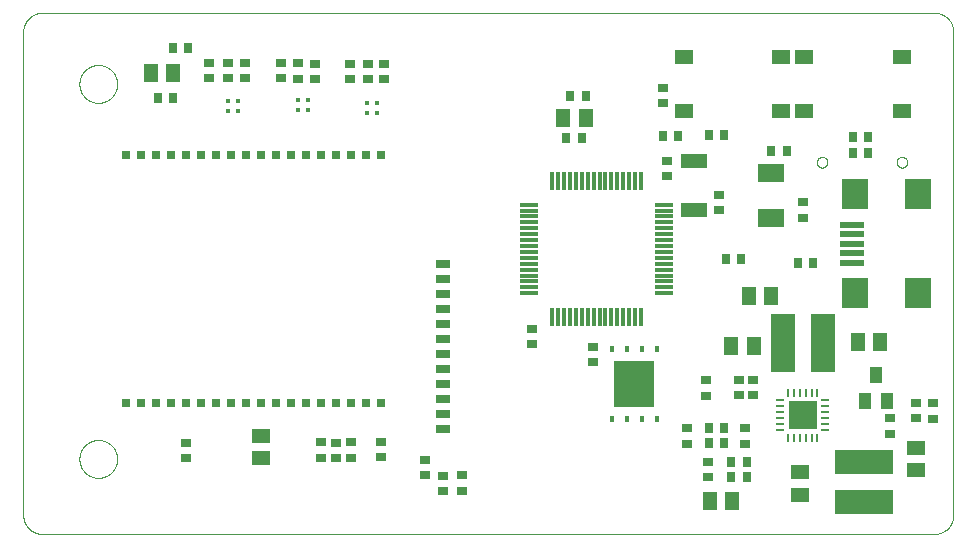
<source format=gts>
G75*
%MOIN*%
%OFA0B0*%
%FSLAX25Y25*%
%IPPOS*%
%LPD*%
%AMOC8*
5,1,8,0,0,1.08239X$1,22.5*
%
%ADD10C,0.00000*%
%ADD11R,0.02559X0.03150*%
%ADD12R,0.05906X0.01181*%
%ADD13R,0.01181X0.05906*%
%ADD14R,0.08661X0.09843*%
%ADD15R,0.07874X0.01969*%
%ADD16R,0.01772X0.01772*%
%ADD17R,0.03543X0.02756*%
%ADD18R,0.02756X0.03543*%
%ADD19R,0.05118X0.05906*%
%ADD20R,0.05906X0.05118*%
%ADD21R,0.09055X0.06299*%
%ADD22R,0.08661X0.05118*%
%ADD23R,0.02756X0.00984*%
%ADD24R,0.00984X0.02756*%
%ADD25R,0.09646X0.09646*%
%ADD26R,0.03937X0.05512*%
%ADD27R,0.06102X0.05118*%
%ADD28R,0.01575X0.02362*%
%ADD29R,0.13386X0.15748*%
%ADD30R,0.08268X0.19291*%
%ADD31R,0.19291X0.08268*%
%ADD32R,0.05000X0.02500*%
D10*
X0000000Y0006250D02*
X0000000Y0167450D01*
X0000000Y0167460D01*
X0000002Y0167616D01*
X0000008Y0167771D01*
X0000018Y0167927D01*
X0000032Y0168082D01*
X0000050Y0168236D01*
X0000071Y0168390D01*
X0000097Y0168544D01*
X0000126Y0168697D01*
X0000159Y0168849D01*
X0000195Y0169000D01*
X0000236Y0169151D01*
X0000280Y0169300D01*
X0000328Y0169448D01*
X0000380Y0169595D01*
X0000435Y0169740D01*
X0000494Y0169885D01*
X0000556Y0170027D01*
X0000622Y0170168D01*
X0000691Y0170308D01*
X0000764Y0170445D01*
X0000841Y0170581D01*
X0000920Y0170715D01*
X0001003Y0170846D01*
X0001090Y0170976D01*
X0001179Y0171103D01*
X0001271Y0171228D01*
X0001367Y0171351D01*
X0001466Y0171472D01*
X0001567Y0171590D01*
X0001672Y0171705D01*
X0001779Y0171818D01*
X0001890Y0171928D01*
X0002002Y0172035D01*
X0002118Y0172139D01*
X0002236Y0172241D01*
X0002357Y0172339D01*
X0002480Y0172435D01*
X0002605Y0172527D01*
X0002732Y0172616D01*
X0002862Y0172702D01*
X0002994Y0172785D01*
X0003128Y0172864D01*
X0003264Y0172940D01*
X0003401Y0173013D01*
X0003541Y0173082D01*
X0003682Y0173148D01*
X0003825Y0173210D01*
X0003969Y0173269D01*
X0004114Y0173324D01*
X0004261Y0173375D01*
X0004410Y0173423D01*
X0004559Y0173467D01*
X0004709Y0173507D01*
X0004861Y0173544D01*
X0005013Y0173576D01*
X0005166Y0173605D01*
X0005319Y0173630D01*
X0005474Y0173652D01*
X0005628Y0173669D01*
X0005783Y0173683D01*
X0005939Y0173692D01*
X0006094Y0173698D01*
X0006250Y0173700D01*
X0303750Y0173700D01*
X0303906Y0173698D01*
X0304062Y0173692D01*
X0304217Y0173683D01*
X0304372Y0173669D01*
X0304527Y0173651D01*
X0304682Y0173630D01*
X0304835Y0173605D01*
X0304988Y0173576D01*
X0305141Y0173543D01*
X0305292Y0173507D01*
X0305443Y0173466D01*
X0305592Y0173422D01*
X0305741Y0173375D01*
X0305888Y0173323D01*
X0306033Y0173268D01*
X0306178Y0173209D01*
X0306321Y0173147D01*
X0306462Y0173081D01*
X0306601Y0173012D01*
X0306739Y0172939D01*
X0306875Y0172863D01*
X0307009Y0172783D01*
X0307141Y0172700D01*
X0307271Y0172614D01*
X0307398Y0172525D01*
X0307524Y0172432D01*
X0307647Y0172336D01*
X0307767Y0172238D01*
X0307886Y0172136D01*
X0308001Y0172032D01*
X0308114Y0171924D01*
X0308224Y0171814D01*
X0308332Y0171701D01*
X0308436Y0171586D01*
X0308538Y0171467D01*
X0308636Y0171347D01*
X0308732Y0171224D01*
X0308825Y0171098D01*
X0308914Y0170971D01*
X0309000Y0170841D01*
X0309083Y0170709D01*
X0309163Y0170575D01*
X0309239Y0170439D01*
X0309312Y0170301D01*
X0309381Y0170162D01*
X0309447Y0170021D01*
X0309509Y0169878D01*
X0309568Y0169733D01*
X0309623Y0169588D01*
X0309675Y0169441D01*
X0309722Y0169292D01*
X0309766Y0169143D01*
X0309807Y0168992D01*
X0309843Y0168841D01*
X0309876Y0168688D01*
X0309905Y0168535D01*
X0309930Y0168382D01*
X0309951Y0168227D01*
X0309969Y0168072D01*
X0309983Y0167917D01*
X0309992Y0167762D01*
X0309998Y0167606D01*
X0310000Y0167450D01*
X0310000Y0006250D01*
X0309998Y0006094D01*
X0309992Y0005938D01*
X0309983Y0005783D01*
X0309969Y0005628D01*
X0309951Y0005473D01*
X0309930Y0005318D01*
X0309905Y0005165D01*
X0309876Y0005012D01*
X0309843Y0004859D01*
X0309807Y0004708D01*
X0309766Y0004557D01*
X0309722Y0004408D01*
X0309675Y0004259D01*
X0309623Y0004112D01*
X0309568Y0003967D01*
X0309509Y0003822D01*
X0309447Y0003679D01*
X0309381Y0003538D01*
X0309312Y0003399D01*
X0309239Y0003261D01*
X0309163Y0003125D01*
X0309083Y0002991D01*
X0309000Y0002859D01*
X0308914Y0002729D01*
X0308825Y0002602D01*
X0308732Y0002476D01*
X0308636Y0002353D01*
X0308538Y0002233D01*
X0308436Y0002114D01*
X0308332Y0001999D01*
X0308224Y0001886D01*
X0308114Y0001776D01*
X0308001Y0001668D01*
X0307886Y0001564D01*
X0307767Y0001462D01*
X0307647Y0001364D01*
X0307524Y0001268D01*
X0307398Y0001175D01*
X0307271Y0001086D01*
X0307141Y0001000D01*
X0307009Y0000917D01*
X0306875Y0000837D01*
X0306739Y0000761D01*
X0306601Y0000688D01*
X0306462Y0000619D01*
X0306321Y0000553D01*
X0306178Y0000491D01*
X0306033Y0000432D01*
X0305888Y0000377D01*
X0305741Y0000325D01*
X0305592Y0000278D01*
X0305443Y0000234D01*
X0305292Y0000193D01*
X0305141Y0000157D01*
X0304988Y0000124D01*
X0304835Y0000095D01*
X0304682Y0000070D01*
X0304527Y0000049D01*
X0304372Y0000031D01*
X0304217Y0000017D01*
X0304062Y0000008D01*
X0303906Y0000002D01*
X0303750Y0000000D01*
X0006250Y0000000D01*
X0006094Y0000002D01*
X0005938Y0000008D01*
X0005783Y0000017D01*
X0005628Y0000031D01*
X0005473Y0000049D01*
X0005318Y0000070D01*
X0005165Y0000095D01*
X0005012Y0000124D01*
X0004859Y0000157D01*
X0004708Y0000193D01*
X0004557Y0000234D01*
X0004408Y0000278D01*
X0004259Y0000325D01*
X0004112Y0000377D01*
X0003967Y0000432D01*
X0003822Y0000491D01*
X0003679Y0000553D01*
X0003538Y0000619D01*
X0003399Y0000688D01*
X0003261Y0000761D01*
X0003125Y0000837D01*
X0002991Y0000917D01*
X0002859Y0001000D01*
X0002729Y0001086D01*
X0002602Y0001175D01*
X0002476Y0001268D01*
X0002353Y0001364D01*
X0002233Y0001462D01*
X0002114Y0001564D01*
X0001999Y0001668D01*
X0001886Y0001776D01*
X0001776Y0001886D01*
X0001668Y0001999D01*
X0001564Y0002114D01*
X0001462Y0002233D01*
X0001364Y0002353D01*
X0001268Y0002476D01*
X0001175Y0002602D01*
X0001086Y0002729D01*
X0001000Y0002859D01*
X0000917Y0002991D01*
X0000837Y0003125D01*
X0000761Y0003261D01*
X0000688Y0003399D01*
X0000619Y0003538D01*
X0000553Y0003679D01*
X0000491Y0003822D01*
X0000432Y0003967D01*
X0000377Y0004112D01*
X0000325Y0004259D01*
X0000278Y0004408D01*
X0000234Y0004557D01*
X0000193Y0004708D01*
X0000157Y0004859D01*
X0000124Y0005012D01*
X0000095Y0005165D01*
X0000070Y0005318D01*
X0000049Y0005473D01*
X0000031Y0005628D01*
X0000017Y0005783D01*
X0000008Y0005938D01*
X0000002Y0006094D01*
X0000000Y0006250D01*
X0000000Y0167450D02*
X0000000Y0167460D01*
X0018701Y0150000D02*
X0018703Y0150158D01*
X0018709Y0150316D01*
X0018719Y0150474D01*
X0018733Y0150632D01*
X0018751Y0150789D01*
X0018772Y0150946D01*
X0018798Y0151102D01*
X0018828Y0151258D01*
X0018861Y0151413D01*
X0018899Y0151566D01*
X0018940Y0151719D01*
X0018985Y0151871D01*
X0019034Y0152022D01*
X0019087Y0152171D01*
X0019143Y0152319D01*
X0019203Y0152465D01*
X0019267Y0152610D01*
X0019335Y0152753D01*
X0019406Y0152895D01*
X0019480Y0153035D01*
X0019558Y0153172D01*
X0019640Y0153308D01*
X0019724Y0153442D01*
X0019813Y0153573D01*
X0019904Y0153702D01*
X0019999Y0153829D01*
X0020096Y0153954D01*
X0020197Y0154076D01*
X0020301Y0154195D01*
X0020408Y0154312D01*
X0020518Y0154426D01*
X0020631Y0154537D01*
X0020746Y0154646D01*
X0020864Y0154751D01*
X0020985Y0154853D01*
X0021108Y0154953D01*
X0021234Y0155049D01*
X0021362Y0155142D01*
X0021492Y0155232D01*
X0021625Y0155318D01*
X0021760Y0155402D01*
X0021896Y0155481D01*
X0022035Y0155558D01*
X0022176Y0155630D01*
X0022318Y0155700D01*
X0022462Y0155765D01*
X0022608Y0155827D01*
X0022755Y0155885D01*
X0022904Y0155940D01*
X0023054Y0155991D01*
X0023205Y0156038D01*
X0023357Y0156081D01*
X0023510Y0156120D01*
X0023665Y0156156D01*
X0023820Y0156187D01*
X0023976Y0156215D01*
X0024132Y0156239D01*
X0024289Y0156259D01*
X0024447Y0156275D01*
X0024604Y0156287D01*
X0024763Y0156295D01*
X0024921Y0156299D01*
X0025079Y0156299D01*
X0025237Y0156295D01*
X0025396Y0156287D01*
X0025553Y0156275D01*
X0025711Y0156259D01*
X0025868Y0156239D01*
X0026024Y0156215D01*
X0026180Y0156187D01*
X0026335Y0156156D01*
X0026490Y0156120D01*
X0026643Y0156081D01*
X0026795Y0156038D01*
X0026946Y0155991D01*
X0027096Y0155940D01*
X0027245Y0155885D01*
X0027392Y0155827D01*
X0027538Y0155765D01*
X0027682Y0155700D01*
X0027824Y0155630D01*
X0027965Y0155558D01*
X0028104Y0155481D01*
X0028240Y0155402D01*
X0028375Y0155318D01*
X0028508Y0155232D01*
X0028638Y0155142D01*
X0028766Y0155049D01*
X0028892Y0154953D01*
X0029015Y0154853D01*
X0029136Y0154751D01*
X0029254Y0154646D01*
X0029369Y0154537D01*
X0029482Y0154426D01*
X0029592Y0154312D01*
X0029699Y0154195D01*
X0029803Y0154076D01*
X0029904Y0153954D01*
X0030001Y0153829D01*
X0030096Y0153702D01*
X0030187Y0153573D01*
X0030276Y0153442D01*
X0030360Y0153308D01*
X0030442Y0153172D01*
X0030520Y0153035D01*
X0030594Y0152895D01*
X0030665Y0152753D01*
X0030733Y0152610D01*
X0030797Y0152465D01*
X0030857Y0152319D01*
X0030913Y0152171D01*
X0030966Y0152022D01*
X0031015Y0151871D01*
X0031060Y0151719D01*
X0031101Y0151566D01*
X0031139Y0151413D01*
X0031172Y0151258D01*
X0031202Y0151102D01*
X0031228Y0150946D01*
X0031249Y0150789D01*
X0031267Y0150632D01*
X0031281Y0150474D01*
X0031291Y0150316D01*
X0031297Y0150158D01*
X0031299Y0150000D01*
X0031297Y0149842D01*
X0031291Y0149684D01*
X0031281Y0149526D01*
X0031267Y0149368D01*
X0031249Y0149211D01*
X0031228Y0149054D01*
X0031202Y0148898D01*
X0031172Y0148742D01*
X0031139Y0148587D01*
X0031101Y0148434D01*
X0031060Y0148281D01*
X0031015Y0148129D01*
X0030966Y0147978D01*
X0030913Y0147829D01*
X0030857Y0147681D01*
X0030797Y0147535D01*
X0030733Y0147390D01*
X0030665Y0147247D01*
X0030594Y0147105D01*
X0030520Y0146965D01*
X0030442Y0146828D01*
X0030360Y0146692D01*
X0030276Y0146558D01*
X0030187Y0146427D01*
X0030096Y0146298D01*
X0030001Y0146171D01*
X0029904Y0146046D01*
X0029803Y0145924D01*
X0029699Y0145805D01*
X0029592Y0145688D01*
X0029482Y0145574D01*
X0029369Y0145463D01*
X0029254Y0145354D01*
X0029136Y0145249D01*
X0029015Y0145147D01*
X0028892Y0145047D01*
X0028766Y0144951D01*
X0028638Y0144858D01*
X0028508Y0144768D01*
X0028375Y0144682D01*
X0028240Y0144598D01*
X0028104Y0144519D01*
X0027965Y0144442D01*
X0027824Y0144370D01*
X0027682Y0144300D01*
X0027538Y0144235D01*
X0027392Y0144173D01*
X0027245Y0144115D01*
X0027096Y0144060D01*
X0026946Y0144009D01*
X0026795Y0143962D01*
X0026643Y0143919D01*
X0026490Y0143880D01*
X0026335Y0143844D01*
X0026180Y0143813D01*
X0026024Y0143785D01*
X0025868Y0143761D01*
X0025711Y0143741D01*
X0025553Y0143725D01*
X0025396Y0143713D01*
X0025237Y0143705D01*
X0025079Y0143701D01*
X0024921Y0143701D01*
X0024763Y0143705D01*
X0024604Y0143713D01*
X0024447Y0143725D01*
X0024289Y0143741D01*
X0024132Y0143761D01*
X0023976Y0143785D01*
X0023820Y0143813D01*
X0023665Y0143844D01*
X0023510Y0143880D01*
X0023357Y0143919D01*
X0023205Y0143962D01*
X0023054Y0144009D01*
X0022904Y0144060D01*
X0022755Y0144115D01*
X0022608Y0144173D01*
X0022462Y0144235D01*
X0022318Y0144300D01*
X0022176Y0144370D01*
X0022035Y0144442D01*
X0021896Y0144519D01*
X0021760Y0144598D01*
X0021625Y0144682D01*
X0021492Y0144768D01*
X0021362Y0144858D01*
X0021234Y0144951D01*
X0021108Y0145047D01*
X0020985Y0145147D01*
X0020864Y0145249D01*
X0020746Y0145354D01*
X0020631Y0145463D01*
X0020518Y0145574D01*
X0020408Y0145688D01*
X0020301Y0145805D01*
X0020197Y0145924D01*
X0020096Y0146046D01*
X0019999Y0146171D01*
X0019904Y0146298D01*
X0019813Y0146427D01*
X0019724Y0146558D01*
X0019640Y0146692D01*
X0019558Y0146828D01*
X0019480Y0146965D01*
X0019406Y0147105D01*
X0019335Y0147247D01*
X0019267Y0147390D01*
X0019203Y0147535D01*
X0019143Y0147681D01*
X0019087Y0147829D01*
X0019034Y0147978D01*
X0018985Y0148129D01*
X0018940Y0148281D01*
X0018899Y0148434D01*
X0018861Y0148587D01*
X0018828Y0148742D01*
X0018798Y0148898D01*
X0018772Y0149054D01*
X0018751Y0149211D01*
X0018733Y0149368D01*
X0018719Y0149526D01*
X0018709Y0149684D01*
X0018703Y0149842D01*
X0018701Y0150000D01*
X0018701Y0025000D02*
X0018703Y0025158D01*
X0018709Y0025316D01*
X0018719Y0025474D01*
X0018733Y0025632D01*
X0018751Y0025789D01*
X0018772Y0025946D01*
X0018798Y0026102D01*
X0018828Y0026258D01*
X0018861Y0026413D01*
X0018899Y0026566D01*
X0018940Y0026719D01*
X0018985Y0026871D01*
X0019034Y0027022D01*
X0019087Y0027171D01*
X0019143Y0027319D01*
X0019203Y0027465D01*
X0019267Y0027610D01*
X0019335Y0027753D01*
X0019406Y0027895D01*
X0019480Y0028035D01*
X0019558Y0028172D01*
X0019640Y0028308D01*
X0019724Y0028442D01*
X0019813Y0028573D01*
X0019904Y0028702D01*
X0019999Y0028829D01*
X0020096Y0028954D01*
X0020197Y0029076D01*
X0020301Y0029195D01*
X0020408Y0029312D01*
X0020518Y0029426D01*
X0020631Y0029537D01*
X0020746Y0029646D01*
X0020864Y0029751D01*
X0020985Y0029853D01*
X0021108Y0029953D01*
X0021234Y0030049D01*
X0021362Y0030142D01*
X0021492Y0030232D01*
X0021625Y0030318D01*
X0021760Y0030402D01*
X0021896Y0030481D01*
X0022035Y0030558D01*
X0022176Y0030630D01*
X0022318Y0030700D01*
X0022462Y0030765D01*
X0022608Y0030827D01*
X0022755Y0030885D01*
X0022904Y0030940D01*
X0023054Y0030991D01*
X0023205Y0031038D01*
X0023357Y0031081D01*
X0023510Y0031120D01*
X0023665Y0031156D01*
X0023820Y0031187D01*
X0023976Y0031215D01*
X0024132Y0031239D01*
X0024289Y0031259D01*
X0024447Y0031275D01*
X0024604Y0031287D01*
X0024763Y0031295D01*
X0024921Y0031299D01*
X0025079Y0031299D01*
X0025237Y0031295D01*
X0025396Y0031287D01*
X0025553Y0031275D01*
X0025711Y0031259D01*
X0025868Y0031239D01*
X0026024Y0031215D01*
X0026180Y0031187D01*
X0026335Y0031156D01*
X0026490Y0031120D01*
X0026643Y0031081D01*
X0026795Y0031038D01*
X0026946Y0030991D01*
X0027096Y0030940D01*
X0027245Y0030885D01*
X0027392Y0030827D01*
X0027538Y0030765D01*
X0027682Y0030700D01*
X0027824Y0030630D01*
X0027965Y0030558D01*
X0028104Y0030481D01*
X0028240Y0030402D01*
X0028375Y0030318D01*
X0028508Y0030232D01*
X0028638Y0030142D01*
X0028766Y0030049D01*
X0028892Y0029953D01*
X0029015Y0029853D01*
X0029136Y0029751D01*
X0029254Y0029646D01*
X0029369Y0029537D01*
X0029482Y0029426D01*
X0029592Y0029312D01*
X0029699Y0029195D01*
X0029803Y0029076D01*
X0029904Y0028954D01*
X0030001Y0028829D01*
X0030096Y0028702D01*
X0030187Y0028573D01*
X0030276Y0028442D01*
X0030360Y0028308D01*
X0030442Y0028172D01*
X0030520Y0028035D01*
X0030594Y0027895D01*
X0030665Y0027753D01*
X0030733Y0027610D01*
X0030797Y0027465D01*
X0030857Y0027319D01*
X0030913Y0027171D01*
X0030966Y0027022D01*
X0031015Y0026871D01*
X0031060Y0026719D01*
X0031101Y0026566D01*
X0031139Y0026413D01*
X0031172Y0026258D01*
X0031202Y0026102D01*
X0031228Y0025946D01*
X0031249Y0025789D01*
X0031267Y0025632D01*
X0031281Y0025474D01*
X0031291Y0025316D01*
X0031297Y0025158D01*
X0031299Y0025000D01*
X0031297Y0024842D01*
X0031291Y0024684D01*
X0031281Y0024526D01*
X0031267Y0024368D01*
X0031249Y0024211D01*
X0031228Y0024054D01*
X0031202Y0023898D01*
X0031172Y0023742D01*
X0031139Y0023587D01*
X0031101Y0023434D01*
X0031060Y0023281D01*
X0031015Y0023129D01*
X0030966Y0022978D01*
X0030913Y0022829D01*
X0030857Y0022681D01*
X0030797Y0022535D01*
X0030733Y0022390D01*
X0030665Y0022247D01*
X0030594Y0022105D01*
X0030520Y0021965D01*
X0030442Y0021828D01*
X0030360Y0021692D01*
X0030276Y0021558D01*
X0030187Y0021427D01*
X0030096Y0021298D01*
X0030001Y0021171D01*
X0029904Y0021046D01*
X0029803Y0020924D01*
X0029699Y0020805D01*
X0029592Y0020688D01*
X0029482Y0020574D01*
X0029369Y0020463D01*
X0029254Y0020354D01*
X0029136Y0020249D01*
X0029015Y0020147D01*
X0028892Y0020047D01*
X0028766Y0019951D01*
X0028638Y0019858D01*
X0028508Y0019768D01*
X0028375Y0019682D01*
X0028240Y0019598D01*
X0028104Y0019519D01*
X0027965Y0019442D01*
X0027824Y0019370D01*
X0027682Y0019300D01*
X0027538Y0019235D01*
X0027392Y0019173D01*
X0027245Y0019115D01*
X0027096Y0019060D01*
X0026946Y0019009D01*
X0026795Y0018962D01*
X0026643Y0018919D01*
X0026490Y0018880D01*
X0026335Y0018844D01*
X0026180Y0018813D01*
X0026024Y0018785D01*
X0025868Y0018761D01*
X0025711Y0018741D01*
X0025553Y0018725D01*
X0025396Y0018713D01*
X0025237Y0018705D01*
X0025079Y0018701D01*
X0024921Y0018701D01*
X0024763Y0018705D01*
X0024604Y0018713D01*
X0024447Y0018725D01*
X0024289Y0018741D01*
X0024132Y0018761D01*
X0023976Y0018785D01*
X0023820Y0018813D01*
X0023665Y0018844D01*
X0023510Y0018880D01*
X0023357Y0018919D01*
X0023205Y0018962D01*
X0023054Y0019009D01*
X0022904Y0019060D01*
X0022755Y0019115D01*
X0022608Y0019173D01*
X0022462Y0019235D01*
X0022318Y0019300D01*
X0022176Y0019370D01*
X0022035Y0019442D01*
X0021896Y0019519D01*
X0021760Y0019598D01*
X0021625Y0019682D01*
X0021492Y0019768D01*
X0021362Y0019858D01*
X0021234Y0019951D01*
X0021108Y0020047D01*
X0020985Y0020147D01*
X0020864Y0020249D01*
X0020746Y0020354D01*
X0020631Y0020463D01*
X0020518Y0020574D01*
X0020408Y0020688D01*
X0020301Y0020805D01*
X0020197Y0020924D01*
X0020096Y0021046D01*
X0019999Y0021171D01*
X0019904Y0021298D01*
X0019813Y0021427D01*
X0019724Y0021558D01*
X0019640Y0021692D01*
X0019558Y0021828D01*
X0019480Y0021965D01*
X0019406Y0022105D01*
X0019335Y0022247D01*
X0019267Y0022390D01*
X0019203Y0022535D01*
X0019143Y0022681D01*
X0019087Y0022829D01*
X0019034Y0022978D01*
X0018985Y0023129D01*
X0018940Y0023281D01*
X0018899Y0023434D01*
X0018861Y0023587D01*
X0018828Y0023742D01*
X0018798Y0023898D01*
X0018772Y0024054D01*
X0018751Y0024211D01*
X0018733Y0024368D01*
X0018719Y0024526D01*
X0018709Y0024684D01*
X0018703Y0024842D01*
X0018701Y0025000D01*
X0291128Y0123900D02*
X0291130Y0123984D01*
X0291136Y0124067D01*
X0291146Y0124150D01*
X0291160Y0124233D01*
X0291177Y0124315D01*
X0291199Y0124396D01*
X0291224Y0124475D01*
X0291253Y0124554D01*
X0291286Y0124631D01*
X0291322Y0124706D01*
X0291362Y0124780D01*
X0291405Y0124852D01*
X0291452Y0124921D01*
X0291502Y0124988D01*
X0291555Y0125053D01*
X0291611Y0125115D01*
X0291669Y0125175D01*
X0291731Y0125232D01*
X0291795Y0125285D01*
X0291862Y0125336D01*
X0291931Y0125383D01*
X0292002Y0125428D01*
X0292075Y0125468D01*
X0292150Y0125505D01*
X0292227Y0125539D01*
X0292305Y0125569D01*
X0292384Y0125595D01*
X0292465Y0125618D01*
X0292547Y0125636D01*
X0292629Y0125651D01*
X0292712Y0125662D01*
X0292795Y0125669D01*
X0292879Y0125672D01*
X0292963Y0125671D01*
X0293046Y0125666D01*
X0293130Y0125657D01*
X0293212Y0125644D01*
X0293294Y0125628D01*
X0293375Y0125607D01*
X0293456Y0125583D01*
X0293534Y0125555D01*
X0293612Y0125523D01*
X0293688Y0125487D01*
X0293762Y0125448D01*
X0293834Y0125406D01*
X0293904Y0125360D01*
X0293972Y0125311D01*
X0294037Y0125259D01*
X0294100Y0125204D01*
X0294160Y0125146D01*
X0294218Y0125085D01*
X0294272Y0125021D01*
X0294324Y0124955D01*
X0294372Y0124887D01*
X0294417Y0124816D01*
X0294458Y0124743D01*
X0294497Y0124669D01*
X0294531Y0124593D01*
X0294562Y0124515D01*
X0294589Y0124436D01*
X0294613Y0124355D01*
X0294632Y0124274D01*
X0294648Y0124192D01*
X0294660Y0124109D01*
X0294668Y0124025D01*
X0294672Y0123942D01*
X0294672Y0123858D01*
X0294668Y0123775D01*
X0294660Y0123691D01*
X0294648Y0123608D01*
X0294632Y0123526D01*
X0294613Y0123445D01*
X0294589Y0123364D01*
X0294562Y0123285D01*
X0294531Y0123207D01*
X0294497Y0123131D01*
X0294458Y0123057D01*
X0294417Y0122984D01*
X0294372Y0122913D01*
X0294324Y0122845D01*
X0294272Y0122779D01*
X0294218Y0122715D01*
X0294160Y0122654D01*
X0294100Y0122596D01*
X0294037Y0122541D01*
X0293972Y0122489D01*
X0293904Y0122440D01*
X0293834Y0122394D01*
X0293762Y0122352D01*
X0293688Y0122313D01*
X0293612Y0122277D01*
X0293534Y0122245D01*
X0293456Y0122217D01*
X0293375Y0122193D01*
X0293294Y0122172D01*
X0293212Y0122156D01*
X0293130Y0122143D01*
X0293046Y0122134D01*
X0292963Y0122129D01*
X0292879Y0122128D01*
X0292795Y0122131D01*
X0292712Y0122138D01*
X0292629Y0122149D01*
X0292547Y0122164D01*
X0292465Y0122182D01*
X0292384Y0122205D01*
X0292305Y0122231D01*
X0292227Y0122261D01*
X0292150Y0122295D01*
X0292075Y0122332D01*
X0292002Y0122372D01*
X0291931Y0122417D01*
X0291862Y0122464D01*
X0291795Y0122515D01*
X0291731Y0122568D01*
X0291669Y0122625D01*
X0291611Y0122685D01*
X0291555Y0122747D01*
X0291502Y0122812D01*
X0291452Y0122879D01*
X0291405Y0122948D01*
X0291362Y0123020D01*
X0291322Y0123094D01*
X0291286Y0123169D01*
X0291253Y0123246D01*
X0291224Y0123325D01*
X0291199Y0123404D01*
X0291177Y0123485D01*
X0291160Y0123567D01*
X0291146Y0123650D01*
X0291136Y0123733D01*
X0291130Y0123816D01*
X0291128Y0123900D01*
X0264528Y0123900D02*
X0264530Y0123984D01*
X0264536Y0124067D01*
X0264546Y0124150D01*
X0264560Y0124233D01*
X0264577Y0124315D01*
X0264599Y0124396D01*
X0264624Y0124475D01*
X0264653Y0124554D01*
X0264686Y0124631D01*
X0264722Y0124706D01*
X0264762Y0124780D01*
X0264805Y0124852D01*
X0264852Y0124921D01*
X0264902Y0124988D01*
X0264955Y0125053D01*
X0265011Y0125115D01*
X0265069Y0125175D01*
X0265131Y0125232D01*
X0265195Y0125285D01*
X0265262Y0125336D01*
X0265331Y0125383D01*
X0265402Y0125428D01*
X0265475Y0125468D01*
X0265550Y0125505D01*
X0265627Y0125539D01*
X0265705Y0125569D01*
X0265784Y0125595D01*
X0265865Y0125618D01*
X0265947Y0125636D01*
X0266029Y0125651D01*
X0266112Y0125662D01*
X0266195Y0125669D01*
X0266279Y0125672D01*
X0266363Y0125671D01*
X0266446Y0125666D01*
X0266530Y0125657D01*
X0266612Y0125644D01*
X0266694Y0125628D01*
X0266775Y0125607D01*
X0266856Y0125583D01*
X0266934Y0125555D01*
X0267012Y0125523D01*
X0267088Y0125487D01*
X0267162Y0125448D01*
X0267234Y0125406D01*
X0267304Y0125360D01*
X0267372Y0125311D01*
X0267437Y0125259D01*
X0267500Y0125204D01*
X0267560Y0125146D01*
X0267618Y0125085D01*
X0267672Y0125021D01*
X0267724Y0124955D01*
X0267772Y0124887D01*
X0267817Y0124816D01*
X0267858Y0124743D01*
X0267897Y0124669D01*
X0267931Y0124593D01*
X0267962Y0124515D01*
X0267989Y0124436D01*
X0268013Y0124355D01*
X0268032Y0124274D01*
X0268048Y0124192D01*
X0268060Y0124109D01*
X0268068Y0124025D01*
X0268072Y0123942D01*
X0268072Y0123858D01*
X0268068Y0123775D01*
X0268060Y0123691D01*
X0268048Y0123608D01*
X0268032Y0123526D01*
X0268013Y0123445D01*
X0267989Y0123364D01*
X0267962Y0123285D01*
X0267931Y0123207D01*
X0267897Y0123131D01*
X0267858Y0123057D01*
X0267817Y0122984D01*
X0267772Y0122913D01*
X0267724Y0122845D01*
X0267672Y0122779D01*
X0267618Y0122715D01*
X0267560Y0122654D01*
X0267500Y0122596D01*
X0267437Y0122541D01*
X0267372Y0122489D01*
X0267304Y0122440D01*
X0267234Y0122394D01*
X0267162Y0122352D01*
X0267088Y0122313D01*
X0267012Y0122277D01*
X0266934Y0122245D01*
X0266856Y0122217D01*
X0266775Y0122193D01*
X0266694Y0122172D01*
X0266612Y0122156D01*
X0266530Y0122143D01*
X0266446Y0122134D01*
X0266363Y0122129D01*
X0266279Y0122128D01*
X0266195Y0122131D01*
X0266112Y0122138D01*
X0266029Y0122149D01*
X0265947Y0122164D01*
X0265865Y0122182D01*
X0265784Y0122205D01*
X0265705Y0122231D01*
X0265627Y0122261D01*
X0265550Y0122295D01*
X0265475Y0122332D01*
X0265402Y0122372D01*
X0265331Y0122417D01*
X0265262Y0122464D01*
X0265195Y0122515D01*
X0265131Y0122568D01*
X0265069Y0122625D01*
X0265011Y0122685D01*
X0264955Y0122747D01*
X0264902Y0122812D01*
X0264852Y0122879D01*
X0264805Y0122948D01*
X0264762Y0123020D01*
X0264722Y0123094D01*
X0264686Y0123169D01*
X0264653Y0123246D01*
X0264624Y0123325D01*
X0264599Y0123404D01*
X0264577Y0123485D01*
X0264560Y0123567D01*
X0264546Y0123650D01*
X0264536Y0123733D01*
X0264530Y0123816D01*
X0264528Y0123900D01*
D11*
X0119213Y0126339D03*
X0114213Y0126339D03*
X0109213Y0126339D03*
X0104213Y0126339D03*
X0099213Y0126339D03*
X0094213Y0126339D03*
X0089213Y0126339D03*
X0084213Y0126339D03*
X0079213Y0126339D03*
X0074213Y0126339D03*
X0069213Y0126339D03*
X0064213Y0126339D03*
X0059213Y0126339D03*
X0054213Y0126339D03*
X0049213Y0126339D03*
X0044213Y0126339D03*
X0039213Y0126339D03*
X0034213Y0126339D03*
X0034213Y0043661D03*
X0039213Y0043661D03*
X0044213Y0043661D03*
X0049213Y0043661D03*
X0054213Y0043661D03*
X0059213Y0043661D03*
X0064213Y0043661D03*
X0069213Y0043661D03*
X0074213Y0043661D03*
X0079213Y0043661D03*
X0084213Y0043661D03*
X0089213Y0043661D03*
X0094213Y0043661D03*
X0099213Y0043661D03*
X0104213Y0043661D03*
X0109213Y0043661D03*
X0114213Y0043661D03*
X0119213Y0043661D03*
D12*
X0168462Y0109764D03*
X0168462Y0107795D03*
X0168462Y0105827D03*
X0168462Y0103858D03*
X0168462Y0101890D03*
X0168462Y0099921D03*
X0168462Y0097953D03*
X0168462Y0095984D03*
X0168462Y0094016D03*
X0168462Y0092047D03*
X0168462Y0090079D03*
X0168462Y0088110D03*
X0168462Y0086142D03*
X0168462Y0084173D03*
X0168462Y0082205D03*
X0168462Y0080236D03*
X0213738Y0080236D03*
X0213738Y0082205D03*
X0213738Y0084173D03*
X0213738Y0086142D03*
X0213738Y0088110D03*
X0213738Y0090079D03*
X0213738Y0092047D03*
X0213738Y0094016D03*
X0213738Y0095984D03*
X0213738Y0097953D03*
X0213738Y0099921D03*
X0213738Y0101890D03*
X0213738Y0103858D03*
X0213738Y0105827D03*
X0213738Y0107795D03*
X0213738Y0109764D03*
D13*
X0176336Y0072362D03*
X0178305Y0072362D03*
X0180273Y0072362D03*
X0182242Y0072362D03*
X0184210Y0072362D03*
X0186179Y0072362D03*
X0188147Y0072362D03*
X0190116Y0072362D03*
X0192084Y0072362D03*
X0194053Y0072362D03*
X0196021Y0072362D03*
X0197990Y0072362D03*
X0199958Y0072362D03*
X0201927Y0072362D03*
X0203895Y0072362D03*
X0205864Y0072362D03*
X0205864Y0117638D03*
X0203895Y0117638D03*
X0201927Y0117638D03*
X0199958Y0117638D03*
X0197990Y0117638D03*
X0196021Y0117638D03*
X0194053Y0117638D03*
X0192084Y0117638D03*
X0190116Y0117638D03*
X0188147Y0117638D03*
X0186179Y0117638D03*
X0184210Y0117638D03*
X0182242Y0117638D03*
X0180273Y0117638D03*
X0178305Y0117638D03*
X0176336Y0117638D03*
D14*
X0277326Y0080165D03*
X0277326Y0113235D03*
X0298192Y0080165D03*
X0298192Y0113235D03*
D15*
X0276342Y0090401D03*
X0276342Y0093550D03*
X0276342Y0096700D03*
X0276342Y0099850D03*
X0276342Y0102999D03*
D16*
X0071473Y0141127D03*
X0068127Y0141127D03*
X0068127Y0144473D03*
X0071473Y0144473D03*
X0094873Y0141327D03*
X0091527Y0141327D03*
X0091527Y0144673D03*
X0094873Y0144673D03*
X0118073Y0140427D03*
X0114727Y0140427D03*
X0114727Y0143773D03*
X0118073Y0143773D03*
D17*
X0139800Y0019459D03*
X0139800Y0014341D03*
X0133800Y0024759D03*
X0133800Y0019641D03*
X0213100Y0148759D03*
X0213100Y0143641D03*
X0146200Y0014441D03*
X0146200Y0019559D03*
X0169500Y0068459D03*
X0169500Y0063341D03*
X0189800Y0062359D03*
X0189800Y0057241D03*
X0119200Y0030659D03*
X0119200Y0025541D03*
X0109200Y0030559D03*
X0109200Y0025441D03*
X0104200Y0030459D03*
X0104200Y0025341D03*
X0099200Y0030559D03*
X0099200Y0025441D03*
X0054400Y0030359D03*
X0054400Y0025241D03*
X0114800Y0156659D03*
X0114800Y0151541D03*
X0120400Y0156759D03*
X0120400Y0151641D03*
X0109000Y0156759D03*
X0109000Y0151641D03*
X0091500Y0156859D03*
X0091500Y0151741D03*
X0097300Y0156759D03*
X0097300Y0151641D03*
X0085900Y0156959D03*
X0085900Y0151841D03*
X0068100Y0157059D03*
X0068100Y0151941D03*
X0073800Y0156959D03*
X0073800Y0151841D03*
X0062000Y0157059D03*
X0062000Y0151941D03*
X0259900Y0110559D03*
X0259900Y0105441D03*
X0214600Y0119241D03*
X0214600Y0124359D03*
X0231900Y0112959D03*
X0231900Y0107841D03*
X0243300Y0046341D03*
X0243300Y0051459D03*
X0240500Y0035159D03*
X0240500Y0030041D03*
X0227500Y0046041D03*
X0227500Y0051159D03*
X0288900Y0033441D03*
X0288900Y0038559D03*
X0238600Y0051459D03*
X0238600Y0046341D03*
X0221400Y0035259D03*
X0221400Y0030141D03*
X0228400Y0024059D03*
X0228400Y0018941D03*
X0303400Y0043559D03*
X0303400Y0038441D03*
X0297600Y0038541D03*
X0297600Y0043659D03*
D18*
X0239359Y0091700D03*
X0234241Y0091700D03*
X0182341Y0145900D03*
X0187459Y0145900D03*
X0181041Y0132000D03*
X0186159Y0132000D03*
X0049841Y0161900D03*
X0054959Y0161900D03*
X0050059Y0145400D03*
X0044941Y0145400D03*
X0258241Y0090400D03*
X0263359Y0090400D03*
X0218259Y0132800D03*
X0213141Y0132800D03*
X0233559Y0132900D03*
X0228441Y0132900D03*
X0281559Y0127100D03*
X0276441Y0127100D03*
X0276441Y0132400D03*
X0281559Y0132400D03*
X0254459Y0127500D03*
X0249341Y0127500D03*
X0233559Y0035200D03*
X0228441Y0035200D03*
X0236041Y0024100D03*
X0241159Y0024100D03*
X0241159Y0019000D03*
X0236041Y0019000D03*
X0228441Y0030200D03*
X0233559Y0030200D03*
D19*
X0179960Y0138600D03*
X0187440Y0138600D03*
X0049940Y0153800D03*
X0042460Y0153800D03*
X0249340Y0079400D03*
X0241860Y0079400D03*
X0278160Y0063900D03*
X0285640Y0063900D03*
X0236240Y0011100D03*
X0228760Y0011100D03*
X0243440Y0062800D03*
X0235960Y0062800D03*
D20*
X0079200Y0032740D03*
X0079200Y0025260D03*
X0258800Y0020540D03*
X0258800Y0013060D03*
X0297600Y0028740D03*
X0297600Y0021260D03*
D21*
X0249400Y0105420D03*
X0249400Y0120380D03*
D22*
X0223500Y0124368D03*
X0223500Y0107832D03*
D23*
X0252320Y0044521D03*
X0252320Y0042553D03*
X0252320Y0040584D03*
X0252320Y0038616D03*
X0252320Y0036647D03*
X0252320Y0034679D03*
X0267280Y0034679D03*
X0267280Y0036647D03*
X0267280Y0038616D03*
X0267280Y0040584D03*
X0267280Y0042553D03*
X0267280Y0044521D03*
D24*
X0254879Y0032120D03*
X0256847Y0032120D03*
X0258816Y0032120D03*
X0260784Y0032120D03*
X0262753Y0032120D03*
X0264721Y0032120D03*
X0264721Y0047080D03*
X0262753Y0047080D03*
X0260784Y0047080D03*
X0258816Y0047080D03*
X0256847Y0047080D03*
X0254879Y0047080D03*
D25*
X0259800Y0039600D03*
D26*
X0284200Y0053131D03*
X0287940Y0044469D03*
X0280460Y0044469D03*
D27*
X0292840Y0141142D03*
X0292840Y0158858D03*
X0260360Y0141142D03*
X0260360Y0158858D03*
X0252740Y0141142D03*
X0252740Y0158858D03*
X0220260Y0141142D03*
X0220260Y0158858D03*
D28*
X0196100Y0038189D03*
X0201100Y0038189D03*
X0206100Y0038189D03*
X0211100Y0038189D03*
X0211100Y0061811D03*
X0206100Y0061811D03*
X0201100Y0061811D03*
X0196100Y0061811D03*
D29*
X0203600Y0050000D03*
D30*
X0253107Y0063800D03*
X0266493Y0063800D03*
D31*
X0280200Y0024093D03*
X0280200Y0010707D03*
D32*
X0140000Y0090000D03*
X0140000Y0085000D03*
X0140000Y0080000D03*
X0140000Y0075000D03*
X0140000Y0070000D03*
X0140000Y0065000D03*
X0140000Y0060000D03*
X0140000Y0055000D03*
X0140000Y0050000D03*
X0140000Y0045000D03*
X0140000Y0040000D03*
X0140000Y0035000D03*
M02*

</source>
